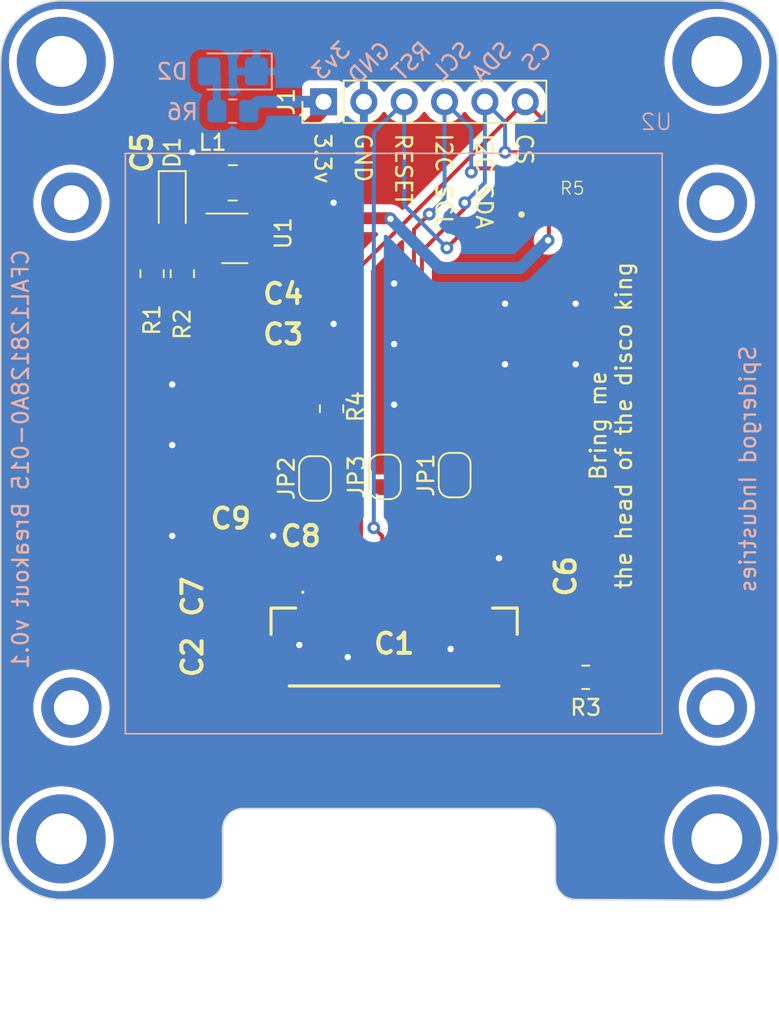
<source format=kicad_pcb>
(kicad_pcb (version 20221018) (generator pcbnew)
  (layers (0 "F.Cu" signal) (31 "B.Cu" signal) (34 "B.Paste" user) (35 "F.Paste" user) (36 "B.SilkS" user "B.Silkscreen") (37 "F.SilkS" user "F.Silkscreen") (38 "B.Mask" user) (39 "F.Mask" user) (44 "Edge.Cuts" user))
  (net 0 "")
  (net 1 "GND")
  (net 2 "Net-(C1-VCOMH)")
  (net 3 "+3.3V")
  (net 7 "VCC")
  (net 8 "Net-(D1-A)")
  (net 9 "Net-(U1-FB)")
  (net 10 "Net-(C1-IREF)")
  (net 11 "I2C_SCL{slash}SPI_SCK")
  (net 12 "I2C_SDA{slash}SPI_MOSI")
  (net 13 "Net-(C1-D2)")
  (net 14 "SPI_CS")
  (net 15 "RESET")
  (net 16 "Net-(C1-D{slash}C)")
  (net 17 "Net-(C1-BS1)")
  (net 18 "Net-(D2-A)")
  (footprint "Resistor_SMD:R_0805_2012Metric_Pad1.20x1.40mm_HandSolder" (layer "F.Cu") (at 128.143 48.514 90)
    (fp_text reference "R4" (at 0.127 1.524 90) (layer "F.SilkS"))
    (fp_text value "RC0805JR-0710KL" hide)
    (fp_line (start -0.227064 -0.735) (end 0.227064 -0.735) (stroke (width 0.12)) (layer "F.SilkS"))
    (fp_line (start -0.227064 0.735) (end 0.227064 0.735) (stroke (width 0.12)) (layer "F.SilkS"))
    (pad "1" smd roundrect (at -1 0 90) (size 1.2 1.4) (layers "F.Cu" "F.Paste" "F.Mask") (roundrect_rratio 0.2083333333) (net 17 "Net-(C1-BS1)"))
    (pad "2" smd roundrect (at 1 0 90) (size 1.2 1.4) (layers "F.Cu" "F.Paste" "F.Mask") (roundrect_rratio 0.2083333333) (net 1 "GND"))
  )
  (footprint "Diode_SMD:D_SOD-323_HandSoldering" (layer "F.Cu") (at 118.11 35.58 -90)
    (fp_text reference "D1" (at -3.175 0 90) (layer "F.SilkS"))
    (fp_text value "B0540WS-TP" hide)
    (fp_line (start -2.01 -0.85) (end -2.01 0.85) (stroke (width 0.12)) (layer "F.SilkS"))
    (fp_line (start -2.01 -0.85) (end 1.25 -0.85) (stroke (width 0.12)) (layer "F.SilkS"))
    (fp_line (start -2.01 0.85) (end 1.25 0.85) (stroke (width 0.12)) (layer "F.SilkS"))
    (pad "1" smd roundrect (at -1.25 0 270) (size 1 1) (layers "F.Cu" "F.Paste" "F.Mask") (net 7 "VCC"))
    (pad "2" smd roundrect (at 1.25 0 270) (size 1 1) (layers "F.Cu" "F.Paste" "F.Mask") (net 8 "Net-(D1-A)"))
  )
  (footprint "MountingHole:MountingHole_3.2mm_M3_DIN965_Pad" (layer "F.Cu") (at 152.4 26.67)
    (fp_text reference "REF**" hide)
    (fp_text value "MountingHole_3.2mm_M3_DIN965_Pad" hide)
    (pad "1" thru_hole circle (at 0 0) (size 5.6 5.6) (drill 3.2) (layers "*.Cu" "*.Mask"))
  )
  (footprint "MountingHole:MountingHole_2.2mm_M2_DIN965_Pad" (layer "F.Cu") (at 111.76 35.56)
    (fp_text reference "REF**" hide)
    (fp_text value "MountingHole_2.2mm_M2_DIN965_Pad" hide)
    (pad "1" thru_hole circle (at 0 0) (size 3.8 3.8) (drill 2.2) (layers "*.Cu" "*.Mask"))
  )
  (footprint "Connector_PinHeader_2.54mm:PinHeader_1x06_P2.54mm_Vertical" (layer "F.Cu") (at 127.635 29.21 90)
    (fp_text reference "J1" (at 0 -2.33 90) (layer "F.SilkS"))
    (fp_text value "Conn_01x06" hide)
    (fp_line (start -1.33 -1.33) (end 0 -1.33) (stroke (width 0.12)) (layer "F.SilkS"))
    (fp_line (start -1.33 0) (end -1.33 -1.33) (stroke (width 0.12)) (layer "F.SilkS"))
    (fp_line (start -1.33 1.27) (end -1.33 14.03) (stroke (width 0.12)) (layer "F.SilkS"))
    (fp_line (start -1.33 1.27) (end 1.33 1.27) (stroke (width 0.12)) (layer "F.SilkS"))
    (fp_line (start -1.33 14.03) (end 1.33 14.03) (stroke (width 0.12)) (layer "F.SilkS"))
    (fp_line (start 1.33 1.27) (end 1.33 14.03) (stroke (width 0.12)) (layer "F.SilkS"))
    (pad "1" thru_hole rect (at 0 0 90) (size 1.7 1.7) (drill 1) (layers "*.Cu" "*.Mask") (net 3 "+3.3V"))
    (pad "2" thru_hole oval (at 0 2.54 90) (size 1.7 1.7) (drill 1) (layers "*.Cu" "*.Mask") (net 1 "GND"))
    (pad "3" thru_hole oval (at 0 5.08 90) (size 1.7 1.7) (drill 1) (layers "*.Cu" "*.Mask") (net 15 "RESET"))
    (pad "4" thru_hole oval (at 0 7.62 90) (size 1.7 1.7) (drill 1) (layers "*.Cu" "*.Mask") (net 11 "I2C_SCL{slash}SPI_SCK"))
    (pad "5" thru_hole oval (at 0 10.16 90) (size 1.7 1.7) (drill 1) (layers "*.Cu" "*.Mask") (net 12 "I2C_SDA{slash}SPI_MOSI"))
    (pad "6" thru_hole oval (at 0 12.7 90) (size 1.7 1.7) (drill 1) (layers "*.Cu" "*.Mask") (net 14 "SPI_CS"))
  )
  (footprint "" (layer "F.Cu") (at 152.4 75.565)
    (fp_text reference "" (at 0 0) (layer "F.SilkS") (effects (font (size 1.27 1.27))))
    (fp_text value "" (at 0 0) (layer "F.SilkS") (effects (font (size 1.27 1.27))))
    (pad "1" thru_hole circle (at 0 0) (size 5.6 5.6) (drill 3.2) (layers "*.Cu" "*.Mask"))
  )
  (footprint "Jumper:SolderJumper-2_P1.3mm_Open_RoundedPad1.0x1.5mm" (layer "F.Cu") (at 135.89 52.69 90)
    (fp_text reference "JP1" (at 0 -1.8 90) (layer "F.SilkS"))
    (fp_text value "SolderJumper_2_Open" hide)
    (fp_line (start -1.4 0.3) (end -1.4 -0.3) (stroke (width 0.12)) (layer "F.SilkS"))
    (fp_line (start -0.7 -1) (end 0.7 -1) (stroke (width 0.12)) (layer "F.SilkS"))
    (fp_line (start 0.7 1) (end -0.7 1) (stroke (width 0.12)) (layer "F.SilkS"))
    (fp_line (start 1.4 -0.3) (end 1.4 0.3) (stroke (width 0.12)) (layer "F.SilkS"))
    (fp_arc (start -1.4 -0.3) (mid -1.194975 -0.794975) (end -0.7 -1) (stroke (width 0.12)) (layer "F.SilkS"))
    (fp_arc (start -0.7 1) (mid -1.194975 0.794975) (end -1.4 0.3) (stroke (width 0.12)) (layer "F.SilkS"))
    (fp_arc (start 0.7 -1) (mid 1.194975 -0.794975) (end 1.4 -0.3) (stroke (width 0.12)) (layer "F.SilkS"))
    (fp_arc (start 1.4 0.3) (mid 1.194975 0.794975) (end 0.7 1) (stroke (width 0.12)) (layer "F.SilkS"))
    (pad "1" smd custom (at -0.65 0 90) (size 1 0.5) (layers "F.Cu" "F.Mask") (net 13 "Net-(C1-D2)") (options (clearance outline) (anchor rect)) (primitives (gr_circle (center 0 0.25) (end 0.5 0.25) (width 0) (fill yes)) (gr_circle (center 0 -0.25) (end 0.5 -0.25) (width 0) (fill yes)) (gr_poly (pts (xy 0.5 0.75) (xy 0 0.75) (xy 0 -0.75) (xy 0.5 -0.75)) (width 0) (fill yes))))
    (pad "2" smd custom (at 0.65 0 90) (size 1 0.5) (layers "F.Cu" "F.Mask") (net 12 "I2C_SDA{slash}SPI_MOSI") (options (clearance outline) (anchor rect)) (primitives (gr_circle (center 0 0.25) (end 0.5 0.25) (width 0) (fill yes)) (gr_circle (center 0 -0.25) (end 0.5 -0.25) (width 0) (fill yes)) (gr_poly (pts (xy 0 0.75) (xy -0.5 0.75) (xy -0.5 -0.75) (xy 0 -0.75)) (width 0) (fill yes))))
  )
  (footprint "Inductor_SMD:L_1008_2520Metric_Pad1.43x2.20mm_HandSolder" (layer "F.Cu") (at 121.92 34.31 180)
    (fp_text reference "L1" (at 1.27 2.54) (layer "F.SilkS"))
    (fp_text value "SDEM25201B-150MS" hide)
    (fp_line (start -0.261252 -1.11) (end 0.261252 -1.11) (stroke (width 0.12)) (layer "F.SilkS"))
    (fp_line (start -0.261252 1.11) (end 0.261252 1.11) (stroke (width 0.12)) (layer "F.SilkS"))
    (pad "1" smd roundrect (at -1.1625 0 180) (size 1.425 2.2) (layers "F.Cu" "F.Paste" "F.Mask") (roundrect_rratio 0.1754392982) (net 3 "+3.3V"))
    (pad "2" smd roundrect (at 1.1625 0 180) (size 1.425 2.2) (layers "F.Cu" "F.Paste" "F.Mask") (roundrect_rratio 0.1754392982) (net 8 "Net-(D1-A)"))
  )
  (footprint "dowloaded_parts:0805_cap" (layer "F.Cu") (at 116.205 35.58 -90)
    (fp_text reference "C5" (at -3.175 0 90) (layer "F.SilkS") (effects (font (size 1.27 1.27) (thickness 0.254))))
    (fp_text value "UMK212B7474KG-T" hide)
    (pad "1" smd rect (at -0.841 0 270) (size 1.112 1.47) (layers "F.Cu" "F.Paste" "F.Mask") (net 7 "VCC"))
    (pad "2" smd rect (at 0.9045 0 270) (size 1.239 1.47) (layers "F.Cu" "F.Paste" "F.Mask") (net 1 "GND"))
  )
  (footprint "Package_TO_SOT_SMD:SOT-23-5" (layer "F.Cu") (at 122.0525 37.8)
    (fp_text reference "U1" (at 3.0425 -0.315 90) (layer "F.SilkS"))
    (fp_text value "MP3216GJE-P " hide)
    (fp_line (start 0 -1.56) (end -1.8 -1.56) (stroke (width 0.12)) (layer "F.SilkS"))
    (fp_line (start 0 -1.56) (end 0.8 -1.56) (stroke (width 0.12)) (layer "F.SilkS"))
    (fp_line (start 0 1.56) (end -0.8 1.56) (stroke (width 0.12)) (layer "F.SilkS"))
    (fp_line (start 0 1.56) (end 0.8 1.56) (stroke (width 0.12)) (layer "F.SilkS"))
    (pad "1" smd roundrect (at -1.1375 -0.95) (size 1.325 0.6) (layers "F.Cu" "F.Paste" "F.Mask") (net 8 "Net-(D1-A)"))
    (pad "2" smd roundrect (at -1.1375 0) (size 1.325 0.6) (layers "F.Cu" "F.Paste" "F.Mask") (net 1 "GND"))
    (pad "3" smd roundrect (at -1.1375 0.95) (size 1.325 0.6) (layers "F.Cu" "F.Paste" "F.Mask") (net 9 "Net-(U1-FB)"))
    (pad "4" smd roundrect (at 1.1375 0.95) (size 1.325 0.6) (layers "F.Cu" "F.Paste" "F.Mask") (net 3 "+3.3V"))
    (pad "5" smd roundrect (at 1.1375 -0.95) (size 1.325 0.6) (layers "F.Cu" "F.Paste" "F.Mask") (net 3 "+3.3V"))
  )
  (footprint "Jumper:SolderJumper-2_P1.3mm_Open_RoundedPad1.0x1.5mm" (layer "F.Cu") (at 131.5 52.8 90)
    (fp_text reference "JP3" (at 0 -1.8 90) (layer "F.SilkS"))
    (fp_text value "SolderJumper_2_Open" hide)
    (fp_line (start -1.4 0.3) (end -1.4 -0.3) (stroke (width 0.12)) (layer "F.SilkS"))
    (fp_line (start -0.7 -1) (end 0.7 -1) (stroke (width 0.12)) (layer "F.SilkS"))
    (fp_line (start 0.7 1) (end -0.7 1) (stroke (width 0.12)) (layer "F.SilkS"))
    (fp_line (start 1.4 -0.3) (end 1.4 0.3) (stroke (width 0.12)) (layer "F.SilkS"))
    (fp_arc (start -1.4 -0.3) (mid -1.194975 -0.794975) (end -0.7 -1) (stroke (width 0.12)) (layer "F.SilkS"))
    (fp_arc (start -0.7 1) (mid -1.194975 0.794975) (end -1.4 0.3) (stroke (width 0.12)) (layer "F.SilkS"))
    (fp_arc (start 0.7 -1) (mid 1.194975 -0.794975) (end 1.4 -0.3) (stroke (width 0.12)) (layer "F.SilkS"))
    (fp_arc (start 1.4 0.3) (mid 1.194975 0.794975) (end 0.7 1) (stroke (width 0.12)) (layer "F.SilkS"))
    (pad "1" smd custom (at -0.65 0 90) (size 1 0.5) (layers "F.Cu" "F.Mask") (net 16 "Net-(C1-D{slash}C)") (options (clearance outline) (anchor rect)) (primitives (gr_circle (center 0 0.25) (end 0.5 0.25) (width 0) (fill yes)) (gr_circle (center 0 -0.25) (end 0.5 -0.25) (width 0) (fill yes)) (gr_poly (pts (xy 0.5 0.75) (xy 0 0.75) (xy 0 -0.75) (xy 0.5 -0.75)) (width 0) (fill yes))))
    (pad "2" smd custom (at 0.65 0 90) (size 1 0.5) (layers "F.Cu" "F.Mask") (net 1 "GND") (options (clearance outline) (anchor rect)) (primitives (gr_circle (center 0 0.25) (end 0.5 0.25) (width 0) (fill yes)) (gr_circle (center 0 -0.25) (end 0.5 -0.25) (width 0) (fill yes)) (gr_poly (pts (xy 0 0.75) (xy -0.5 0.75) (xy -0.5 -0.75) (xy 0 -0.75)) (width 0) (fill yes))))
  )
  (footprint "dowloaded_parts:CS050Z24GA0" (layer "F.Cu") (at 132.08 63.5)
    (fp_text reference "C1" (at 0 -0.21) (layer "F.SilkS") (effects (font (size 1.27 1.27) (thickness 0.254))))
    (fp_text value "CS050Z24G-A0" hide)
    (fp_line (start -7.75 -2.45) (end -6.2 -2.45) (stroke (width 0.2)) (layer "F.SilkS"))
    (fp_line (start -7.75 -0.8) (end -7.75 -2.45) (stroke (width 0.2)) (layer "F.SilkS"))
    (fp_line (start -6.6 2.45) (end 6.6 2.45) (stroke (width 0.2)) (layer "F.SilkS"))
    (fp_line (start -5.75 -3.5) (end -5.75 -3.5) (stroke (width 0.1)) (layer "F.SilkS"))
    (fp_line (start -5.75 -3.4) (end -5.75 -3.4) (stroke (width 0.1)) (layer "F.SilkS"))
    (fp_line (start 6.2 -2.45) (end 7.75 -2.45) (stroke (width 0.2)) (layer "F.SilkS"))
    (fp_line (start 7.75 -2.45) (end 7.75 -0.8) (stroke (width 0.2)) (layer "F.SilkS"))
    (fp_arc (start -5.75 -3.5) (mid -5.7 -3.45) (end -5.75 -3.4) (stroke (width 0.1)) (layer "F.SilkS"))
    (fp_arc (start -5.75 -3.4) (mid -5.8 -3.45) (end -5.75 -3.5) (stroke (width 0.1)) (layer "F.SilkS"))
    (pad "1" smd rect (at -5.75 -2.22) (size 0.25 1.3) (layers "F.Cu" "F.Paste" "F.Mask") (net 1 "GND"))
    (pad "2" smd rect (at -5.25 -2.22) (size 0.25 1.3) (layers "F.Cu" "F.Paste" "F.Mask") (net 7 "VCC"))
    (pad "3" smd rect (at -4.75 -2.22) (size 0.25 1.3) (layers "F.Cu" "F.Paste" "F.Mask") (net 2 "Net-(C1-VCOMH)"))
    (pad "4" smd rect (at -4.25 -2.22) (size 0.25 1.3) (layers "F.Cu" "F.Paste" "F.Mask") (net 3 "+3.3V"))
    (pad "5" smd rect (at -3.75 -2.22) (size 0.25 1.3) (layers "F.Cu" "F.Paste" "F.Mask") (net 3 "+3.3V"))
    (pad "6" smd rect (at -3.25 -2.22) (size 0.25 1.3) (layers "F.Cu" "F.Paste" "F.Mask") (net 17 "Net-(C1-BS1)"))
    (pad "7" smd rect (at -2.75 -2.22) (size 0.25 1.3) (layers "F.Cu" "F.Paste" "F.Mask") (net 1 "GND"))
    (pad "8" smd rect (at -2.25 -2.22) (size 0.25 1.3) (layers "F.Cu" "F.Paste" "F.Mask") (net 1 "GND"))
    (pad "9" smd rect (at -1.75 -2.22) (size 0.25 1.3) (layers "F.Cu" "F.Paste" "F.Mask") (net 10 "Net-(C1-IREF)"))
    (pad "10" smd rect (at -1.25 -2.22) (size 0.25 1.3) (layers "F.Cu" "F.Paste" "F.Mask") (net 14 "SPI_CS"))
    (pad "11" smd rect (at -0.75 -2.22) (size 0.25 1.3) (layers "F.Cu" "F.Paste" "F.Mask") (net 15 "RESET"))
    (pad "12" smd rect (at -0.25 -2.22) (size 0.25 1.3) (layers "F.Cu" "F.Paste" "F.Mask") (net 16 "Net-(C1-D{slash}C)"))
    (pad "13" smd rect (at 0.25 -2.22) (size 0.25 1.3) (layers "F.Cu" "F.Paste" "F.Mask"))
    (pad "14" smd rect (at 0.75 -2.22) (size 0.25 1.3) (layers "F.Cu" "F.Paste" "F.Mask") (net 1 "GND"))
    (pad "15" smd rect (at 1.25 -2.22) (size 0.25 1.3) (layers "F.Cu" "F.Paste" "F.Mask") (net 11 "I2C_SCL{slash}SPI_SCK"))
    (pad "16" smd rect (at 1.75 -2.22) (size 0.25 1.3) (layers "F.Cu" "F.Paste" "F.Mask") (net 12 "I2C_SDA{slash}SPI_MOSI"))
    (pad "17" smd rect (at 2.25 -2.22) (size 0.25 1.3) (layers "F.Cu" "F.Paste" "F.Mask") (net 13 "Net-(C1-D2)"))
    (pad "18" smd rect (at 2.75 -2.22) (size 0.25 1.3) (layers "F.Cu" "F.Paste" "F.Mask") (net 1 "GND"))
    (pad "19" smd rect (at 3.25 -2.22) (size 0.25 1.3) (layers "F.Cu" "F.Paste" "F.Mask") (net 1 "GND"))
    (pad "20" smd rect (at 3.75 -2.22) (size 0.25 1.3) (layers "F.Cu" "F.Paste" "F.Mask") (net 1 "GND"))
    (pad "21" smd rect (at 4.25 -2.22) (size 0.25 1.3) (layers "F.Cu" "F.Paste" "F.Mask") (net 1 "GND"))
    (pad "22" smd rect (at 4.75 -2.22) (size 0.25 1.3) (layers "F.Cu" "F.Paste" "F.Mask") (net 1 "GND"))
    (pad "23" smd rect (at 5.25 -2.22) (size 0.25 1.3) (layers "F.Cu" "F.Paste" "F.Mask") (net 7 "VCC"))
    (pad "24" smd rect (at 5.75 -2.22) (size 0.25 1.3) (layers "F.Cu" "F.Paste" "F.Mask") (net 1 "GND"))
    (pad "MP1" smd rect (at -7.75 0.86) (size 1.6 2.8) (layers "F.Cu" "F.Paste" "F.Mask"))
    (pad "MP2" smd rect (at 7.75 0.86) (size 1.6 2.8) (layers "F.Cu" "F.Paste" "F.Mask"))
  )
  (footprint "" (layer "F.Cu") (at 111.76 67.31)
    (fp_text reference "" (at 0 0) (layer "F.SilkS") (effects (font (size 1.27 1.27))))
    (fp_text value "" (at 0 0) (layer "F.SilkS") (effects (font (size 1.27 1.27))))
    (pad "1" thru_hole circle (at 0 0) (size 3.8 3.8) (drill 2.2) (layers "*.Cu" "*.Mask"))
  )
  (footprint "Resistor_SMD:R_0805_2012Metric_Pad1.20x1.40mm_HandSolder" (layer "F.Cu") (at 116.84 40.025 -90)
    (fp_text reference "R1" (at 2.905 0 90) (layer "F.SilkS"))
    (fp_text value "RC0805FR-075K1L" hide)
    (fp_line (start -0.227064 -0.735) (end 0.227064 -0.735) (stroke (width 0.12)) (layer "F.SilkS"))
    (fp_line (start -0.227064 0.735) (end 0.227064 0.735) (stroke (width 0.12)) (layer "F.SilkS"))
    (pad "1" smd roundrect (at -1 0 270) (size 1.2 1.4) (layers "F.Cu" "F.Paste" "F.Mask") (roundrect_rratio 0.2083333333) (net 9 "Net-(U1-FB)"))
    (pad "2" smd roundrect (at 1 0 270) (size 1.2 1.4) (layers "F.Cu" "F.Paste" "F.Mask") (roundrect_rratio 0.2083333333) (net 1 "GND"))
  )
  (footprint "" (layer "F.Cu") (at 111.125 75.565)
    (fp_text reference "" (at 0 0) (layer "F.SilkS") (effects (font (size 1.27 1.27))))
    (fp_text value "" (at 0 0) (layer "F.SilkS") (effects (font (size 1.27 1.27))))
    (pad "1" thru_hole circle (at 0 0) (size 5.6 5.6) (drill 3.2) (layers "*.Cu" "*.Mask"))
  )
  (footprint "" (layer "F.Cu") (at 152.4 67.945)
    (fp_text reference "" (at 0 0) (layer "F.SilkS") (effects (font (size 1.27 1.27))))
    (fp_text value "" (at 0 0) (layer "F.SilkS") (effects (font (size 1.27 1.27))))
    (pad "1" thru_hole circle (at 0 -0.635) (size 3.8 3.8) (drill 2.2) (layers "*.Cu" "*.Mask"))
  )
  (footprint "dowloaded_parts:0805_cap" (layer "F.Cu") (at 121.285 64.135 -90)
    (fp_text reference "C2" (at 0 1.905 90) (layer "F.SilkS") (effects (font (size 1.27 1.27) (thickness 0.254))))
    (fp_text value "CL21A475KAQNNNE" hide)
    (pad "1" smd rect (at -0.841 0 270) (size 1.112 1.47) (layers "F.Cu" "F.Paste" "F.Mask") (net 2 "Net-(C1-VCOMH)"))
    (pad "2" smd rect (at 0.9045 0 270) (size 1.239 1.47) (layers "F.Cu" "F.Paste" "F.Mask") (net 1 "GND"))
  )
  (footprint "dowloaded_parts:0805_cap" (layer "F.Cu") (at 121.92 43.835 180)
    (fp_text reference "C3" (at -3.175 0) (layer "F.SilkS") (effects (font (size 1.27 1.27) (thickness 0.254))))
    (fp_text value "CL21A475KAQNNNE" hide)
    (pad "1" smd rect (at -0.841 0 180) (size 1.112 1.47) (layers "F.Cu" "F.Paste" "F.Mask") (net 3 "+3.3V"))
    (pad "2" smd rect (at 0.9045 0 180) (size 1.239 1.47) (layers "F.Cu" "F.Paste" "F.Mask") (net 1 "GND"))
  )
  (footprint "dowloaded_parts:0805_cap" (layer "F.Cu") (at 121.8 57.2)
    (fp_text reference "C9" (at 0 -1.778) (layer "F.SilkS") (effects (font (size 1.27 1.27) (thickness 0.254))))
    (fp_text value "CL21B105KBFNNNG" hide)
    (pad "1" smd rect (at -0.841 0) (size 1.112 1.47) (layers "F.Cu" "F.Paste" "F.Mask") (net 1 "GND"))
    (pad "2" smd rect (at 0.9045 0) (size 1.239 1.47) (layers "F.Cu" "F.Paste" "F.Mask") (net 3 "+3.3V"))
  )
  (footprint "Jumper:SolderJumper-2_P1.3mm_Open_RoundedPad1.0x1.5mm" (layer "F.Cu") (at 127.1 52.9 90)
    (fp_text reference "JP2" (at 0 -1.8 90) (layer "F.SilkS"))
    (fp_text value "SolderJumper_2_Open" hide)
    (fp_line (start -1.4 0.3) (end -1.4 -0.3) (stroke (width 0.12)) (layer "F.SilkS"))
    (fp_line (start -0.7 -1) (end 0.7 -1) (stroke (width 0.12)) (layer "F.SilkS"))
    (fp_line (start 0.7 1) (end -0.7 1) (stroke (width 0.12)) (layer "F.SilkS"))
    (fp_line (start 1.4 -0.3) (end 1.4 0.3) (stroke (width 0.12)) (layer "F.SilkS"))
    (fp_arc (start -1.4 -0.3) (mid -1.194975 -0.794975) (end -0.7 -1) (stroke (width 0.12)) (layer "F.SilkS"))
    (fp_arc (start -0.7 1) (mid -1.194975 0.794975) (end -1.4 0.3) (stroke (width 0.12)) (layer "F.SilkS"))
    (fp_arc (start 0.7 -1) (mid 1.194975 -0.794975) (end 1.4 -0.3) (stroke (width 0.12)) (layer "F.SilkS"))
    (fp_arc (start 1.4 0.3) (mid 1.194975 0.794975) (end 0.7 1) (stroke (width 0.12)) (layer "F.SilkS"))
    (pad "1" smd custom (at -0.65 0 90) (size 1 0.5) (layers "F.Cu" "F.Mask") (net 17 "Net-(C1-BS1)") (options (clearance outline) (anchor rect)) (primitives (gr_circle (center 0 0.25) (end 0.5 0.25) (width 0) (fill yes)) (gr_circle (center 0 -0.25) (end 0.5 -0.25) (width 0) (fill yes)) (gr_poly (pts (xy 0.5 0.75) (xy 0 0.75) (xy 0 -0.75) (xy 0.5 -0.75)) (width 0) (fill yes))))
    (pad "2" smd custom (at 0.65 0 90) (size 1 0.5) (layers "F.Cu" "F.Mask") (net 3 "+3.3V") (options (clearance outline) (anchor rect)) (primitives (gr_circle (center 0 0.25) (end 0.5 0.25) (width 0) (fill yes)) (gr_circle (center 0 -0.25) (end 0.5 -0.25) (width 0) (fill yes)) (gr_poly (pts (xy 0 0.75) (xy -0.5 0.75) (xy -0.5 -0.75) (xy 0 -0.75)) (width 0) (fill yes))))
  )
  (footprint "Resistor_SMD:R_0805_2012Metric_Pad1.20x1.40mm_HandSolder" (layer "F.Cu") (at 144.145 65.405)
    (fp_text reference "R3" (at 0 1.905) (layer "F.SilkS"))
    (fp_text value "RC0805FR-071M1L" hide)
    (fp_line (start -0.227064 -0.735) (end 0.227064 -0.735) (stroke (width 0.12)) (layer "F.SilkS"))
    (fp_line (start -0.227064 0.735) (end 0.227064 0.735) (stroke (width 0.12)) (layer "F.SilkS"))
    (pad "1" smd roundrect (at -1 0) (size 1.2 1.4) (layers "F.Cu" "F.Paste" "F.Mask") (roundrect_rratio 0.2083333333) (net 10 "Net-(C1-IREF)"))
    (pad "2" smd roundrect (at 1 0) (size 1.2 1.4) (layers "F.Cu" "F.Paste" "F.Mask") (roundrect_rratio 0.2083333333) (net 1 "GND"))
  )
  (footprint "dowloaded_parts:0805_cap" (layer "F.Cu") (at 142.875 62.23 -90)
    (fp_text reference "C6" (at -3.175 0 90) (layer "F.SilkS") (effects (font (size 1.27 1.27) (thickness 0.254))))
    (fp_text value "CL21A475KAQNNNE" hide)
    (pad "1" smd rect (at -0.841 0 270) (size 1.112 1.47) (layers "F.Cu" "F.Paste" "F.Mask") (net 7 "VCC"))
    (pad "2" smd rect (at 0.9045 0 270) (size 1.239 1.47) (layers "F.Cu" "F.Paste" "F.Mask") (net 1 "GND"))
  )
  (footprint "dowloaded_parts:0805_cap" (layer "F.Cu") (at 121.92 41.295 180)
    (fp_text reference "C4" (at -3.175 0) (layer "F.SilkS") (effects (font (size 1.27 1.27) (thickness 0.254))))
    (fp_text value "CL21B104KBCNNNC" hide)
    (pad "1" smd rect (at -0.841 0 180) (size 1.112 1.47) (layers "F.Cu" "F.Paste" "F.Mask") (net 3 "+3.3V"))
    (pad "2" smd rect (at 0.9045 0 180) (size 1.239 1.47) (layers "F.Cu" "F.Paste" "F.Mask") (net 1 "GND"))
  )
  (footprint "Resistor_SMD:R_0805_2012Metric_Pad1.20x1.40mm_HandSolder" (layer "F.Cu") (at 118.745 40.025 -90)
    (fp_text reference "R2" (at 3.175 0 90) (layer "F.SilkS"))
    (fp_text value "RC0805FR-0754K9L" hide)
    (fp_line (start -0.227064 -0.735) (end 0.227064 -0.735) (stroke (width 0.12)) (layer "F.SilkS"))
    (fp_line (start -0.227064 0.735) (end 0.227064 0.735) (stroke (width 0.12)) (layer "F.SilkS"))
    (pad "1" smd roundrect (at -1 0 270) (size 1.2 1.4) (layers "F.Cu" "F.Paste" "F.Mask") (roundrect_rratio 0.2083333333) (net 7 "VCC"))
    (pad "2" smd roundrect (at 1 0 270) (size 1.2 1.4) (layers "F.Cu" "F.Paste" "F.Mask") (roundrect_rratio 0.2083333333) (net 9 "Net-(U1-FB)"))
  )
  (footprint "dowloaded_parts:0805_cap" (layer "F.Cu") (at 126.2 58.3)
    (fp_text reference "C8" (at 0 -1.778) (layer "F.SilkS") (effects (font (size 1.27 1.27) (thickness 0.254))))
    (fp_text value "CL21B105KBFNNNG" hide)
    (pad "1" smd rect (at -0.841 0) (size 1.112 1.47) (layers "F.Cu" "F.Paste" "F.Mask") (net 1 "GND"))
    (pad "2" smd rect (at 0.9045 0) (size 1.239 1.47) (layers "F.Cu" "F.Paste" "F.Mask") (net 3 "+3.3V"))
  )
  (footprint "" (layer "F.Cu") (at 152.4 34.29)
    (fp_text reference "" (at 0 0) (layer "F.SilkS") (effects (font (size 1.27 1.27))))
    (fp_text value "" (at 0 0) (layer "F.SilkS") (effects (font (size 1.27 1.27))))
    (pad "1" thru_hole circle (at 0 1.27) (size 3.8 3.8) (drill 2.2) (layers "*.Cu" "*.Mask"))
  )
  (footprint "" (layer "F.Cu") (at 111.125 26.67)
    (fp_text reference "" (at 0 0) (layer "F.SilkS") (effects (font (size 1.27 1.27))))
    (fp_text value "" (at 0 0) (layer "F.SilkS") (effects (font (size 1.27 1.27))))
    (pad "1" thru_hole circle (at 0 0) (size 5.6 5.6) (drill 3.2) (layers "*.Cu" "*.Mask"))
  )
  (footprint "dowloaded_parts:0805_cap" (layer "F.Cu") (at 121.285 60.325 -90)
    (fp_text reference "C7" (at 0 1.905 90) (layer "F.SilkS") (effects (font (size 1.27 1.27) (thickness 0.254))))
    (fp_text value "CL21A475KAQNNNE" hide)
    (pad "1" smd rect (at -0.841 0 270) (size 1.112 1.47) (layers "F.Cu" "F.Paste" "F.Mask") (net 7 "VCC"))
    (pad "2" smd rect (at 0.9045 0 270) (size 1.239 1.47) (layers "F.Cu" "F.Paste" "F.Mask") (net 1 "GND"))
  )
  (footprint "dowloaded_parts:Resistor_Array_0805_x4" (layer "F.Cu") (at 141 34.8 90)
    (fp_text reference "R5" (at 0.15 2.3) (layer "F.SilkS") (effects (font (size 0.8 0.8) (thickness 0.080041))))
    (fp_text value "YC124-JR-0710KL" hide)
    (fp_circle (center -1.5 -0.9) (end -1.4 -0.9) (stroke (width 0.2)) (fill none) (layer "F.SilkS"))
    (pad "1" smd rect (at -0.58 -0.825 90) (size 0.87 0.41) (layers "F.Cu" "F.Paste" "F.Mask") (net 3 "+3.3V"))
    (pad "2" smd rect (at -0.58 -0.25 90) (size 0.87 0.26) (layers "F.Cu" "F.Paste" "F.Mask") (net 3 "+3.3V"))
    (pad "3" smd rect (at -0.58 0.25 90) (size 0.87 0.26) (layers "F.Cu" "F.Paste" "F.Mask") (net 3 "+3.3V"))
    (pad "4" smd rect (at -0.58 0.825 90) (size 0.87 0.41) (layers "F.Cu" "F.Paste" "F.Mask") (net 3 "+3.3V"))
    (pad "5" smd rect (at 0.58 0.825 90) (size 0.87 0.41) (layers "F.Cu" "F.Paste" "F.Mask") (net 14 "SPI_CS"))
    (pad "6" smd rect (at 0.58 0.25 90) (size 0.87 0.26) (layers "F.Cu" "F.Paste" "F.Mask") (net 12 "I2C_SDA{slash}SPI_MOSI"))
    (pad "7" smd rect (at 0.58 -0.25 90) (size 0.87 0.26) (layers "F.Cu" "F.Paste" "F.Mask") (net 11 "I2C_SCL{slash}SPI_SCK"))
    (pad "8" smd rect (at 0.58 -0.825 90) (size 0.87 0.41) (layers "F.Cu" "F.Paste" "F.Mask") (net 15 "RESET"))
  )
  (footprint "Resistor_SMD:R_0805_2012Metric_Pad1.20x1.40mm_HandSolder" (layer "B.Cu") (at 121.92 29.8)
    (fp_text reference "R6" (at -3.175 0.045) (layer "B.SilkS") (effects (justify mirror)))
    (fp_text value "RNCP0805FTD1K00" hide)
    (fp_line (start -0.227064 -0.735) (end 0.227064 -0.735) (stroke (width 0.12)) (layer "B.SilkS"))
    (fp_line (start -0.227064 0.735) (end 0.227064 0.735) (stroke (width 0.12)) (layer "B.SilkS"))
    (pad "1" smd roundrect (at -1 0) (size 1.2 1.4) (layers "B.Cu" "B.Paste" "B.Mask") (roundrect_rratio 0.2083333333) (net 18 "Net-(D2-A)"))
    (pad "2" smd roundrect (at 1 0) (size 1.2 1.4) (layers "B.Cu" "B.Paste" "B.Mask") (roundrect_rratio 0.2083333333) (net 3 "+3.3V"))
  )
  (footprint "dowloaded_parts:CFAL128128A0-015" (layer "B.Cu") (at 148.955 32.455 180)
    (fp_text reference "U2" (at 0.365 1.975 unlocked) (layer "B.SilkS") (effects (font (thickness 0.1)) (justify mirror)))
    (fp_text value "CFAL128128A0-015Y")
    (fp_line (start 0 -36.5) (end 33.8 -36.5) (stroke (width 0.1)) (layer "B.SilkS"))
    (fp_line (start 0 0) (end 0 -36.5) (stroke (width 0.1)) (layer "B.SilkS"))
    (fp_line (start 0 0) (end 33.8 0) (stroke (width 0.1)) (layer "B.SilkS"))
    (fp_line (start 33.8 -36.5) (end 33.8 0) (stroke (width 0.1)) (layer "B.SilkS"))
  )
  (footprint "LED_SMD:LED_1206_3216Metric_Pad1.42x1.75mm_HandSolder" (layer "B.Cu") (at 121.92 27.305 180)
    (fp_text reference "D2" (at 3.81 0) (layer "B.SilkS") (effects (justify mirror)))
    (fp_text value "QBLP615-R" hide)
    (fp_line (start -2.46 -1.135) (end 1.6 -1.135) (stroke (width 0.12)) (layer "B.SilkS"))
    (fp_line (start -2.46 1.135) (end -2.46 -1.135) (stroke (width 0.12)) (layer "B.SilkS"))
    (fp_line (start 1.6 1.135) (end -2.46 1.135) (stroke (width 0.12)) (layer "B.SilkS"))
    (pad "1" smd roundrect (at -1.4875 0 180) (size 1.425 1.75) (layers "B.Cu" "B.Paste" "B.Mask") (roundrect_rratio 0.1754392982) (net 1 "GND"))
    (pad "2" smd roundrect (at 1.4875 0 180) (size 1.425 1.75) (layers "B.Cu" "B.Paste" "B.Mask") (roundrect_rratio 0.1754392982) (net 18 "Net-(D2-A)"))
  )
  (gr_arc (start 111.125 79.375) (mid 108.430923 78.259077) (end 107.315 75.565) (stroke (width 0.1)) (layer "Edge.Cuts"))
  (gr_line (start 111.125 22.86) (end 152.4 22.86) (stroke (width 0.1)) (layer "Edge.Cuts"))
  (gr_arc (start 156.21 74.93) (mid 155.347206 78.061658) (end 152.4 79.427554) (stroke (width 0.1)) (layer "Edge.Cuts"))
  (gr_line (start 156.21 26.67) (end 156.21 74.93) (stroke (width 0.1)) (layer "Edge.Cuts"))
  (gr_line (start 111.125 79.375) (end 120.015 79.375) (stroke (width 0.1)) (layer "Edge.Cuts"))
  (gr_arc (start 143.51 79.375) (mid 142.611974 79.003026) (end 142.24 78.105) (stroke (width 0.1)) (layer "Edge.Cuts"))
  (gr_line (start 143.51 79.375) (end 152.4 79.427554) (stroke (width 0.1)) (layer "Edge.Cuts"))
  (gr_line (start 121.285 78.105) (end 121.285 74.93) (stroke (width 0.1)) (layer "Edge.Cuts"))
  (gr_line (start 142.24 74.93) (end 142.24 78.105) (stroke (width 0.1)) (layer "Edge.Cuts"))
  (gr_arc (start 140.97 73.66) (mid 141.868026 74.031974) (end 142.24 74.93) (stroke (width 0.1)) (layer "Edge.Cuts"))
  (gr_arc (start 107.315 26.67) (mid 108.430923 23.975923) (end 111.125 22.86) (stroke (width 0.1)) (layer "Edge.Cuts"))
  (gr_arc (start 152.4 22.86) (mid 155.094077 23.975923) (end 156.21 26.67) (stroke (width 0.1)) (layer "Edge.Cuts"))
  (gr_line (start 107.315 75.565) (end 107.315 26.67) (stroke (width 0.1)) (layer "Edge.Cuts"))
  (gr_arc (start 121.285 78.105) (mid 120.913026 79.003026) (end 120.015 79.375) (stroke (width 0.1)) (layer "Edge.Cuts"))
  (gr_line (start 122.555 73.66) (end 140.97 73.66) (stroke (width 0.1)) (layer "Edge.Cuts"))
  (gr_arc (start 121.285 74.93) (mid 121.656974 74.031974) (end 122.555 73.66) (stroke (width 0.1)) (layer "Edge.Cuts"))
  (gr_text "Spidergod Industries" (at 154.94 44.45 90) (layer "B.SilkS") (effects (font (size 1 1)) (justify left bottom mirror)))
  (gr_text "SCL" (at 137.16 26.035 45) (layer "B.SilkS") (effects (font (size 1 1)) (justify left bottom mirror)))
  (gr_text "SDA" (at 139.7 26.035 45) (layer "B.SilkS") (effects (font (size 1 1)) (justify left bottom mirror)))
  (gr_text "CS" (at 142.24 26.035 45) (layer "B.SilkS") (effects (font (size 1 1)) (justify left bottom mirror)))
  (gr_text "GND" (at 132.08 26.035 45) (layer "B.SilkS") (effects (font (size 1 1)) (justify left bottom mirror)))
  (gr_text "RST" (at 134.62 26.035 45) (layer "B.SilkS") (effects (font (size 1 1)) (justify left bottom mirror)))
  (gr_text "3v3" (at 129.54 26.035 45) (layer "B.SilkS") (effects (font (size 1 1)) (justify left bottom mirror)))
  (gr_text "CFAL128128A0-015 Breakout v0.1" (at 109.15 38.4 90) (layer "B.SilkS") (effects (font (size 1 1)) (justify left bottom mirror)))
  (gr_text "I2C SDA" (at 137.16 31.115 -90) (layer "F.SilkS") (effects (font (size 1 1)) (justify left bottom)))
  (gr_text "I2C SCL" (at 134.62 31.115 -90) (layer "F.SilkS") (effects (font (size 1 1)) (justify left bottom)))
  (gr_text "Bring me\nthe head of the disco king" (at 147.125 49.575 90) (layer "F.SilkS") (effects (font (size 1 1)) (justify bottom)))
  (gr_text "RESET" (at 132.08 31.115 -90) (layer "F.SilkS") (effects (font (size 1 1)) (justify left bottom)))
  (gr_text "GND" (at 129.54 31.115 -90) (layer "F.SilkS") (effects (font (size 1 1)) (justify left bottom)))
  (gr_text "CS" (at 139.7 31.115 -90) (layer "F.SilkS") (effects (font (size 1 1)) (justify left bottom)))
  (gr_text "3.3v" (at 127 31.115 -90) (layer "F.SilkS") (effects (font (size 1 1)) (justify left bottom)))
  (segment (start 121.9775 40.2175) (end 121.9775 38.3025) (width 0.4) (layer "F.Cu") (net 1))
  (segment (start 116.84 41.025) (end 116.84 45.72) (width 0.75) (layer "F.Cu") (net 1))
  (segment (start 121.0155 41.1795) (end 121.9775 40.2175) (width 0.4) (layer "F.Cu") (net 1))
  (segment (start 134.252 63.627) (end 135.636 63.627) (width 0.25) (layer "F.Cu") (net 1))
  (segment (start 121.475 37.8) (end 120.915 37.8) (width 0.4) (layer "F.Cu") (net 1))
  (segment (start 121.9775 38.3025) (end 121.475 37.8) (width 0.4) (layer "F.Cu") (net 1))
  (segment (start 129.33 61.28) (end 129.33 63.964) (width 0.25) (layer "F.Cu") (net 1))
  (segment (start 137.83 61.28) (end 137.83 58.766) (width 0.25) (layer "F.Cu") (net 1))
  (segment (start 119.38 34.373173) (end 119.38 32.385) (width 0.25) (layer "F.Cu") (net 1))
  (segment (start 136.83 62.433) (end 135.636 63.627) (width 0.25) (layer "F.Cu") (net 1))
  (segment (start 117.1295 35.56) (end 118.193173 35.56) (width 0.25) (layer "F.Cu") (net 1))
  (segment (start 116.205 36.4845) (end 117.1295 35.56) (width 0.25) (layer "F.Cu") (net 1))
  (segment (start 135.636 63.627) (end 134.83 62.821) (width 0.25) (layer "F.Cu") (net 1))
  (segment (start 136.83 61.28) (end 136.83 62.433) (width 0.25) (layer "F.Cu") (net 1))
  (segment (start 132.83 61.28) (end 132.83 62.205) (width 0.25) (layer "F.Cu") (net 1))
  (segment (start 129.33 63.964) (end 129.159 64.135) (width 0.25) (layer "F.Cu") (net 1))
  (segment (start 126.33 63.154) (end 126.111 63.373) (width 0.25) (layer "F.Cu") (net 1))
  (segment (start 118.193173 35.56) (end 119.38 34.373173) (width 0.25) (layer "F.Cu") (net 1))
  (segment (start 137.83 58.766) (end 138.684 57.912) (width 0.25) (layer "F.Cu") (net 1))
  (segment (start 116.84 45.72) (end 118.11 46.99) (width 0.75) (layer "F.Cu") (net 1))
  (segment (start 121.0155 41.295) (end 121.0155 41.1795) (width 0.4) (layer "F.Cu") (net 1))
  (segment (start 126.33 61.28) (end 126.33 63.154) (width 0.25) (layer "F.Cu") (net 1))
  (segment (start 134.83 62.821) (end 134.83 61.28) (width 0.25) (layer "F.Cu") (net 1))
  (segment (start 129.83 61.28) (end 129.83 63.464) (width 0.25) (layer "F.Cu") (net 1))
  (segment (start 132.83 62.205) (end 134.252 63.627) (width 0.25) (layer "F.Cu") (net 1))
  (segment (start 129.83 63.464) (end 129.159 64.135) (width 0.25) (layer "F.Cu") (net 1))
  (via (at 128.27 43.18) (size 0.8) (drill 0.4) (layers "F.Cu" "B.Cu") (net 1))
  (via (at 143.51 45.72) (size 0.8) (drill 0.4) (layers "F.Cu" "B.Cu") (net 1))
  (via (at 132.08 40.64) (size 0.8) (drill 0.4) (layers "F.Cu" "B.Cu") (net 1))
  (via (at 118.11 56.515) (size 0.8) (drill 0.4) (layers "F.Cu" "B.Cu") (net 1))
  (via (at 132.08 48.26) (size 0.8) (drill 0.4) (layers "F.Cu" "B.Cu") (net 1))
  (via (at 132.08 44.45) (size 0.8) (drill 0.4) (layers "F.Cu" "B.Cu") (net 1))
  (via (at 126.111 63.373) (size 0.8) (drill 0.4) (layers "F.Cu" "B.Cu") (net 1))
  (via (at 118.11 46.99) (size 0.8) (drill 0.4) (layers "F.Cu" "B.Cu") (net 1))
  (via (at 119.38 32.385) (size 0.8) (drill 0.4) (layers "F.Cu" "B.Cu") (net 1))
  (via (at 129.159 64.135) (size 0.8) (drill 0.4) (layers "F.Cu" "B.Cu") (net 1))
  (via (at 139.065 41.91) (size 0.8) (drill 0.4) (layers "F.Cu" "B.Cu") (net 1))
  (via (at 138.684 57.912) (size 0.8) (drill 0.4) (layers "F.Cu" "B.Cu") (net 1))
  (via (at 139.065 45.72) (size 0.8) (drill 0.4) (layers "F.Cu" "B.Cu") (net 1))
  (via (at 135.636 63.627) (size 0.8) (drill 0.4) (layers "F.Cu" "B.Cu") (net 1))
  (via (at 118.11 50.8) (size 0.8) (drill 0.4) (layers "F.Cu" "B.Cu") (net 1))
  (via (at 143.51 41.91) (size 0.8) (drill 0.4) (layers "F.Cu" "B.Cu") (net 1))
  (via (at 124.46 56.515) (size 0.8) (drill 0.4) (layers "F.Cu" "B.Cu") (net 1))
  (via (at 128.27 35.56) (size 0.8) (drill 0.4) (layers "F.Cu" "B.Cu") (net 1))
  (segment (start 127.33 64.21) (end 127.33 61.28) (width 0.25) (layer "F.Cu") (net 2))
  (segment (start 123.795 66.675) (end 124.865 66.675) (width 0.25) (layer "F.Cu") (net 2))
  (segment (start 121.544 63.294) (end 123.205 64.955) (width 0.25) (layer "F.Cu") (net 2))
  (segment (start 124.865 66.675) (end 127.33 64.21) (width 0.25) (layer "F.Cu") (net 2))
  (segment (start 123.205 64.955) (end 123.205 66.085) (width 0.25) (layer "F.Cu") (net 2))
  (segment (start 121.285 63.294) (end 121.544 63.294) (width 0.25) (layer "F.Cu") (net 2))
  (segment (start 123.205 66.085) (end 123.795 66.675) (width 0.25) (layer "F.Cu") (net 2))
  (segment (start 122.761 41.295) (end 122.761 39.179) (width 0.75) (layer "F.Cu") (net 3))
  (segment (start 122.7045 52.07) (end 122.7045 52.8545) (width 0.75) (layer "F.Cu") (net 3))
  (segment (start 127.83 59.0255) (end 127.1045 58.3) (width 0.2) (layer "F.Cu") (net 3))
  (segment (start 127.83 61.28) (end 127.83 59.0255) (width 0.25) (layer "F.Cu") (net 3))
  (segment (start 127.1045 58.3) (end 128.33 59.5255) (width 0.25) (layer "F.Cu") (net 3))
  (segment (start 141.25 35.38) (end 141.825 35.38) (width 0.25) (layer "F.Cu") (net 3))
  (segment (start 128.33 59.5255) (end 128.33 61.28) (width 0.25) (layer "F.Cu") (net 3))
  (segment (start 127.635 29.7575) (end 123.0825 34.31) (width 0.75) (layer "F.Cu") (net 3))
  (segment (start 140.75 35.38) (end 141.25 35.38) (width 0.25) (layer "F.Cu") (net 3))
  (segment (start 141.825 35.38) (end 141.825 37.875) (width 0.25) (layer "F.Cu") (net 3))
  (segment (start 127.635 29.21) (end 127.635 29.7575) (width 0.75) (layer "F.Cu") (net 3))
  (segment (start 140.175 35.38) (end 140.75 35.38) (width 0.25) (layer "F.Cu") (net 3))
  (segment (start 122.7045 47.9675) (end 122.7045 52.07) (width 0.75) (layer "F.Cu") (net 3))
  (segment (start 122.761 47.911) (end 122.761 43.835) (width 0.75) (layer "F.Cu") (net 3))
  (segment (start 131.81 36.535) (end 131.85 36.575) (width 0.75) (layer "F.Cu") (net 3))
  (segment (start 123.0825 34.31) (end 125.3075 36.535) (width 0.75) (layer "F.Cu") (net 3))
  (segment (start 123.0825 36.7425) (end 123.19 36.85) (width 0.75) (layer "F.Cu") (net 3))
  (segment (start 123.0825 34.31) (end 123.0825 36.7425) (width 0.75) (layer "F.Cu") (net 3))
  (segment (start 122.761 47.911) (end 122.7045 47.9675) (width 0.75) (layer "F.Cu") (net 3))
  (segment (start 125.3075 36.535) (end 131.81 36.535) (width 0.75) (layer "F.Cu") (net 3))
  (segment (start 123.19 36.85) (end 123.19 38.75) (width 0.75) (layer "F.Cu") (net 3))
  (segment (start 122.761 39.179) (end 123.19 38.75) (width 0.75) (layer "F.Cu") (net 3))
  (segment (start 127.1 52.25) (end 122.761 47.911) (width 0.75) (layer "F.Cu") (net 3))
  (segment (start 122.7045 52.8545) (end 127.1045 57.2545) (width 0.75) (layer "F.Cu") (net 3))
  (segment (start 141.825 37.875) (end 141.775 37.925) (width 0.25) (layer "F.Cu") (net 3))
  (segment (start 127.1045 57.2545) (end 127.1045 58.3) (width 0.75) (layer "F.Cu") (net 3))
  (segment (start 122.761 41.295) (end 122.761 43.835) (width 0.75) (layer "F.Cu") (net 3))
  (segment (start 122.7045 52.07) (end 122.7045 57.2) (width 0.75) (layer "F.Cu") (net 3))
  (via (at 131.85 36.575) (size 0.8) (drill 0.4) (layers "F.Cu" "B.Cu") (net 3))
  (via (at 141.775 37.925) (size 0.8) (drill 0.4) (layers "F.Cu" "B.Cu") (net 3))
  (segment (start 134.94 39.665) (end 140.035 39.665) (width 0.75) (layer "B.Cu") (net 3))
  (segment (start 122.92 29.8) (end 123.51 29.21) (width 0.75) (layer "B.Cu") (net 3))
  (segment (start 123.51 29.21) (end 127.635 29.21) (width 0.75) (layer "B.Cu") (net 3))
  (segment (start 131.85 36.575) (end 134.94 39.665) (width 0.75) (layer "B.Cu") (net 3))
  (segment (start 140.035 39.665) (end 141.775 37.925) (width 0.75) (layer "B.Cu") (net 3))
  (segment (start 145.415 68.58) (end 147.955 66.04) (width 0.5) (layer "F.Cu") (net 7))
  (segment (start 115.02 56.6) (end 115.02 64.22) (width 0.5) (layer "F.Cu") (net 7))
  (segment (start 118.745 39.025) (end 117.695 37.975) (width 0.5) (layer "F.Cu") (net 7))
  (segment (start 125.959 59.484) (end 121.285 59.484) (width 0.25) (layer "F.Cu") (net 7))
  (segment (start 126.83 61.28) (end 126.83 60.355) (width 0.25) (layer "F.Cu") (net 7))
  (segment (start 145.844 61.389) (end 142.875 61.389) (width 0.5) (layer "F.Cu") (net 7))
  (segment (start 115.02 37.554) (end 115.02 56.6) (width 0.5) (layer "F.Cu") (net 7))
  (segment (start 117.701 34.739) (end 118.11 34.33) (width 0.5) (layer "F.Cu") (net 7))
  (segment (start 115.02 37.554) (end 115.02 35.415) (width 0.5) (layer "F.Cu") (net 7))
  (segment (start 147.955 63.5) (end 145.844 61.389) (width 0.5) (layer "F.Cu") (net 7))
  (segment (start 116.205 34.739) (end 117.701 34.739) (width 0.5) (layer "F.Cu") (net 7))
  (segment (start 147.955 66.04) (end 147.955 63.5) (width 0.5) (layer "F.Cu") (net 7))
  (segment (start 137.33 62.205) (end 137.33 61.28) (width 0.25) (layer "F.Cu") (net 7))
  (segment (start 142.875 61.389) (end 141.5316 61.389) (width 0.25) (layer "F.Cu") (net 7))
  (segment (start 117.904 59.484) (end 121.285 59.484) (width 0.5) (layer "F.Cu") (net 7))
  (segment (start 137.609 62.484) (end 137.33 62.205) (width 0.25) (layer "F.Cu") (net 7))
  (segment (start 141.5316 61.389) (end 140.4366 62.484) (width 0.25) (layer "F.Cu") (net 7))
  (segment (start 117.695 37.975) (end 115.441 37.975) (width 0.5) (layer "F.Cu") (net 7))
  (segment (start 115.696 34.739) (end 116.205 34.739) (width 0.5) (layer "F.Cu") (net 7))
  (segment (start 140.4366 62.484) (end 137.609 62.484) (width 0.25) (layer "F.Cu") (net 7))
  (segment (start 115.02 64.22) (end 119.38 68.58) (width 0.5) (layer "F.Cu") (net 7))
  (segment (start 126.83 60.355) (end 125.959 59.484) (width 0.25) (layer "F.Cu") (net 7))
  (segment (start 115.441 37.975) (end 115.02 37.554) (width 0.5) (layer "F.Cu") (net 7))
  (segment (start 119.38 68.58) (end 145.415 68.58) (width 0.5) (layer "F.Cu") (net 7))
  (segment (start 115.02 56.6) (end 117.904 59.484) (width 0.5) (layer "F.Cu") (net 7))
  (segment (start 115.02 35.415) (end 115.696 34.739) (width 0.5) (layer "F.Cu") (net 7))
  (segment (start 120.895 36.83) (end 120.915 36.85) (width 0.5) (layer "F.Cu") (net 8))
  (segment (start 118.11 36.83) (end 120.895 36.83) (width 0.5) (layer "F.Cu") (net 8))
  (segment (start 120.7575 36.6925) (end 120.915 36.85) (width 0.7) (layer "F.Cu") (net 8))
  (segment (start 120.7575 34.31) (end 120.7575 36.6925) (width 0.7) (layer "F.Cu") (net 8))
  (segment (start 118.745 41.025) (end 118.745 40.92) (width 0.5) (layer "F.Cu") (net 9))
  (segment (start 116.84 39.12) (end 118.745 41.025) (width 0.5) (layer "F.Cu") (net 9))
  (segment (start 116.84 39.025) (end 116.84 39.12) (width 0.5) (layer "F.Cu") (net 9))
  (segment (start 118.745 40.92) (end 120.915 38.75) (width 0.5) (layer "F.Cu") (net 9))
  (segment (start 130.33 62.205) (end 130.33 61.28) (width 0.25) (layer "F.Cu") (net 10))
  (segment (start 134.21 66.085) (end 130.33 62.205) (width 0.25) (layer "F.Cu") (net 10))
  (segment (start 143.145 65.405) (end 142.465 66.085) (width 0.25) (layer "F.Cu") (net 10))
  (segment (start 142.465 66.085) (end 134.21 66.085) (width 0.25) (layer "F.Cu") (net 10))
  (segment (start 134.297098 36.2725) (end 133.33 37.239598) (width 0.25) (layer "F.Cu") (net 11))
  (segment (start 133.33 37.239598) (end 133.33 61.28) (width 0.25) (layer "F.Cu") (net 11))
  (segment (start 140.645 33.4) (end 137.1696 33.4) (width 0.25) (layer "F.Cu") (net 11))
  (segment (start 140.75 34.22) (end 140.75 33.505) (width 0.25) (layer "F.Cu") (net 11))
  (segment (start 140.75 33.505) (end 140.645 33.4) (width 0.25) (layer "F.Cu") (net 11))
  (segment (start 137.1696 33.4) (end 136.9348 33.6348) (width 0.25) (layer "F.Cu") (net 11))
  (via (at 134.297098 36.2725) (size 0.8) (drill 0.4) (layers "F.Cu" "B.Cu") (net 11))
  (via (at 136.9348 33.6348) (size 0.8) (drill 0.4) (layers "F.Cu" "B.Cu") (net 11))
  (segment (start 136.9348 30.8898) (end 135.255 29.21) (width 0.25) (layer "B.Cu") (net 11))
  (segment (start 135.255 35.314598) (end 135.255 29.21) (width 0.25) (layer "B.Cu") (net 11))
  (segment (start 134.297098 36.2725) (end 135.255 35.314598) (width 0.25) (layer "B.Cu") (net 11))
  (segment (start 136.9348 33.6348) (end 136.9348 30.8898) (width 0.25) (layer "B.Cu") (net 11))
  (segment (start 133.83 38.6106) (end 133.83 48.26) (width 0.25) (layer "F.Cu") (net 12))
  (segment (start 136.525 35.9156) (end 133.83 38.6106) (width 0.25) (layer "F.Cu") (net 12))
  (segment (start 133.83 61.28) (end 133.83 48.26) (width 0.25) (layer "F.Cu") (net 12))
  (segment (start 136.525 35.56) (end 136.525 35.9156) (width 0.25) (layer "F.Cu") (net 12))
  (segment (start 140.266396 32.385) (end 141.25 33.368604) (width 0.25) (layer "F.Cu") (net 12))
  (segment (start 133.83 49.98) (end 133.83 48.26) (width 0.25) (layer "F.Cu") (net 12))
  (segment (start 139.065 32.385) (end 140.266396 32.385) (width 0.25) (layer "F.Cu") (net 12))
  (segment (start 141.25 33.368604) (end 141.25 34.22) (width 0.25) (layer "F.Cu") (net 12))
  (segment (start 135.89 52.04) (end 133.83 49.98) (width 0.25) (layer "F.Cu") (net 12))
  (via (at 139.065 32.385) (size 0.8) (drill 0.4) (layers "F.Cu" "B.Cu") (net 12))
  (via (at 136.525 35.56) (size 0.8) (drill 0.4) (layers "F.Cu" "B.Cu") (net 12))
  (segment (start 137.795 34.29) (end 137.795 29.21) (width 0.25) (layer "B.Cu") (net 12))
  (segment (start 139.065 32.385) (end 139.065 30.48) (width 0.25) (layer "B.Cu") (net 12))
  (segment (start 139.065 30.48) (end 137.795 29.21) (width 0.25) (layer "B.Cu") (net 12))
  (segment (start 136.525 35.56) (end 137.795 34.29) (width 0.25) (layer "B.Cu") (net 12))
  (segment (start 134.33 61.28) (end 134.33 54.9) (width 0.25) (layer "F.Cu") (net 13))
  (segment (start 134.33 54.9) (end 135.89 53.34) (width 0.25) (layer "F.Cu") (net 13))
  (segment (start 130.83 60.355) (end 130.83 61.28) (width 0.25) (layer "F.Cu") (net 14))
  (segment (start 130 59.525) (end 130.83 60.355) (width 0.25) (layer "F.Cu") (net 14))
  (segment (start 141.825 30.7) (end 140.335 29.21) (width 0.25) (layer "F.Cu") (net 14))
  (segment (start 130 39.545) (end 130 59.525) (width 0.25) (layer "F.Cu") (net 14))
  (segment (start 140.335 29.21) (end 130 39.545) (width 0.25) (layer "F.Cu") (net 14))
  (segment (start 141.825 34.22) (end 141.825 30.7) (width 0.25) (layer "F.Cu") (net 14))
  (segment (start 131.33 61.28) (end 131.33 56.53) (width 0.25) (layer "F.Cu") (net 15))
  (segment (start 139.58 34.22) (end 135.4 38.4) (width 0.25) (layer "F.Cu") (net 15))
  (segment (start 131.33 56.53) (end 130.8 56) (width 0.25) (layer "F.Cu") (net 15))
  (segment (start 140.175 34.22) (end 139.58 34.22) (width 0.25) (layer "F.Cu") (net 15))
  (via (at 135.4 38.4) (size 0.8) (drill 0.4) (layers "F.Cu" "B.Cu") (net 15))
  (via (at 130.8 56) (size 0.8) (drill 0.4) (layers "F.Cu" "B.Cu") (net 15))
  (segment (start 130.8 56) (end 130.8 31.125) (width 0.25) (layer "B.Cu") (net 15))
  (segment (start 132.715 35.715) (end 132.715 29.21) (width 0.25) (layer "B.Cu") (net 15))
  (segment (start 135.4 38.4) (end 132.715 35.715) (width 0.25) (layer "B.Cu") (net 15))
  (segment (start 130.8 31.125) (end 132.715 29.21) (width 0.25) (layer "B.Cu") (net 15))
  (segment (start 131.83 53.78) (end 131.5 53.45) (width 0.25) (layer "F.Cu") (net 16))
  (segment (start 131.83 61.28) (end 131.83 53.78) (width 0.25) (layer "F.Cu") (net 16))
  (segment (start 127.50962 53.55) (end 128.175 52.88462) (width 0.25) (layer "F.Cu") (net 17))
  (segment (start 128.175 52.88462) (end 128.175 49.546) (width 0.25) (layer "F.Cu") (net 17))
  (segment (start 127.1 53.55) (end 127.50962 53.55) (width 0.25) (layer "F.Cu") (net 17))
  (segment (start 128.83 55.28) (end 128.83 61.28) (width 0.25) (layer "F.Cu") (net 17))
  (segment (start 127.1 53.55) (end 128.83 55.28) (width 0.25) (layer "F.Cu") (net 17))
  (segment (start 128.175 49.546) (end 128.143 49.514) (width 0.25) (layer "F.Cu") (net 17))
  (segment (start 120.92 27.7925) (end 120.4325 27.305) (width 0.5) (layer "B.Cu") (net 18))
  (segment (start 120.92 29.8) (end 120.92 27.7925) (width 0.5) (layer "B.Cu") (net 18))
  (zone (net 1) (net_name "GND") (layer "F.Cu") (connect_pads (clearance 0.5)) (min_thickness 0.25) (fill yes (thermal_gap 0.5) (thermal_bridge_width 0.5))
    (polygon (pts (xy 107.315 22.86) (xy 156.21 22.86) (xy 156.21 79.375) (xy 107.315 79.375)))
  )
  (zone (net 1) (net_name "GND") (layer "B.Cu") (priority 1) (connect_pads (clearance 0.5)) (min_thickness 0.25) (fill yes (thermal_gap 0.5) (thermal_bridge_width 0.5))
    (polygon (pts (xy 107.315 22.86) (xy 156.21 22.86) (xy 156.21 79.375) (xy 107.315 79.375)))
  )
)
</source>
